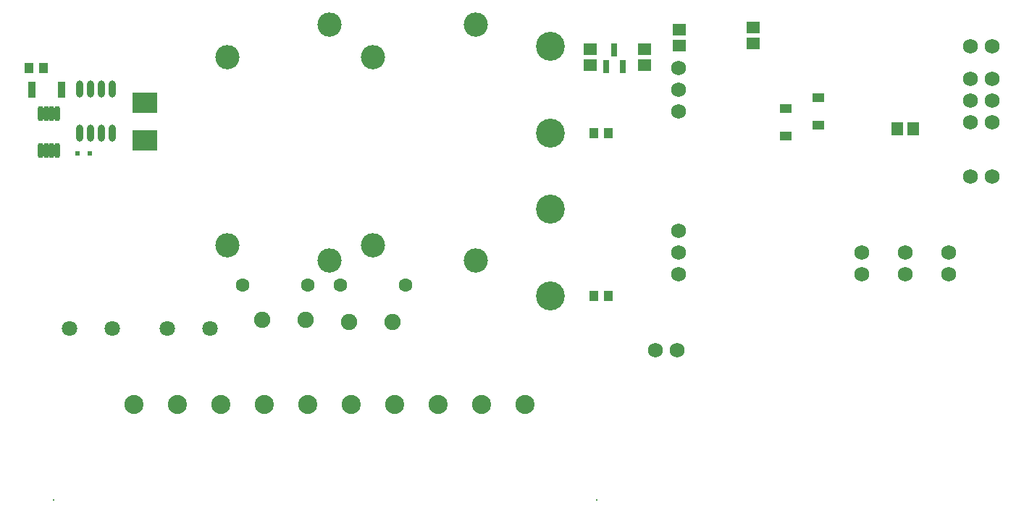
<source format=gbs>
G04 Layer_Color=16711935*
%FSLAX24Y24*%
%MOIN*%
G70*
G01*
G75*
%ADD47R,0.0237X0.0237*%
%ADD49O,0.0316X0.0789*%
%ADD51R,0.0395X0.0454*%
%ADD56O,0.0257X0.0710*%
%ADD57R,0.1160X0.0930*%
%ADD58R,0.0336X0.0769*%
%ADD59C,0.0080*%
%ADD60C,0.1117*%
%ADD61C,0.0631*%
%ADD62C,0.0680*%
%ADD63C,0.0749*%
%ADD64C,0.0879*%
%ADD65C,0.1330*%
%ADD66C,0.0710*%
%ADD67R,0.0631X0.0533*%
%ADD68R,0.0316X0.0612*%
%ADD69R,0.0560X0.0438*%
%ADD70R,0.0533X0.0631*%
D47*
X3402Y18048D02*
D03*
X3953D02*
D03*
D49*
X4977Y18988D02*
D03*
X4477D02*
D03*
X3977D02*
D03*
X3477D02*
D03*
X4977Y21035D02*
D03*
X4477D02*
D03*
X3977D02*
D03*
X3477D02*
D03*
D51*
X27165Y19000D02*
D03*
X27835D02*
D03*
X27165Y11500D02*
D03*
X27835D02*
D03*
X1143Y22000D02*
D03*
X1812D02*
D03*
D56*
X2461Y18202D02*
D03*
X2205D02*
D03*
X1950D02*
D03*
X1694D02*
D03*
X2461Y19894D02*
D03*
X2205D02*
D03*
X1950D02*
D03*
X1694D02*
D03*
D57*
X6477Y18665D02*
D03*
Y20406D02*
D03*
D58*
X1298Y21000D02*
D03*
X2657D02*
D03*
D59*
X27300Y2100D02*
D03*
X2300D02*
D03*
D60*
X17000Y13839D02*
D03*
Y22500D02*
D03*
X21724Y13130D02*
D03*
Y23996D02*
D03*
X15000Y24000D02*
D03*
Y13134D02*
D03*
X10276Y22504D02*
D03*
Y13843D02*
D03*
D61*
X13996Y12000D02*
D03*
X11004D02*
D03*
X15504D02*
D03*
X18496D02*
D03*
D62*
X31000Y9000D02*
D03*
X30000D02*
D03*
X45500Y21500D02*
D03*
Y20500D02*
D03*
Y19500D02*
D03*
X44500Y21500D02*
D03*
Y20500D02*
D03*
Y19500D02*
D03*
X45500Y17000D02*
D03*
X44500D02*
D03*
X45500Y23000D02*
D03*
X44500D02*
D03*
X31043Y22000D02*
D03*
Y20000D02*
D03*
Y21000D02*
D03*
Y14500D02*
D03*
Y12500D02*
D03*
Y13500D02*
D03*
X43500Y12500D02*
D03*
Y13500D02*
D03*
X41500Y12500D02*
D03*
Y13500D02*
D03*
X39500Y12500D02*
D03*
Y13500D02*
D03*
D63*
X11900Y10400D02*
D03*
X13888D02*
D03*
X15900Y10300D02*
D03*
X17888D02*
D03*
D64*
X6000Y6500D02*
D03*
X8000D02*
D03*
X10000D02*
D03*
X12000D02*
D03*
X14000D02*
D03*
X16000D02*
D03*
X18000D02*
D03*
X20000D02*
D03*
X22000D02*
D03*
X24000D02*
D03*
D65*
X25143Y23000D02*
D03*
Y19000D02*
D03*
Y15500D02*
D03*
Y11500D02*
D03*
D66*
X7516Y10000D02*
D03*
X9484D02*
D03*
X3016D02*
D03*
X4984D02*
D03*
D67*
X34500Y23136D02*
D03*
Y23864D02*
D03*
X31100Y23036D02*
D03*
Y23764D02*
D03*
X29500Y22864D02*
D03*
Y22136D02*
D03*
X27000Y22864D02*
D03*
Y22136D02*
D03*
D68*
X28474Y22059D02*
D03*
X27726D02*
D03*
X28100Y22827D02*
D03*
D69*
X37500Y20644D02*
D03*
Y19356D02*
D03*
X36000Y20144D02*
D03*
Y18856D02*
D03*
D70*
X41136Y19200D02*
D03*
X41864D02*
D03*
M02*

</source>
